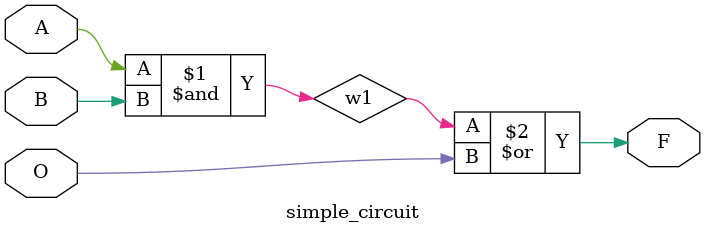
<source format=v>
module simple_circuit  (A, B, O, F);
output F;
input A, B, O;  
wire w1;
and G1 (w1,A,B);
or G2 (F,w1,O);
endmodule


</source>
